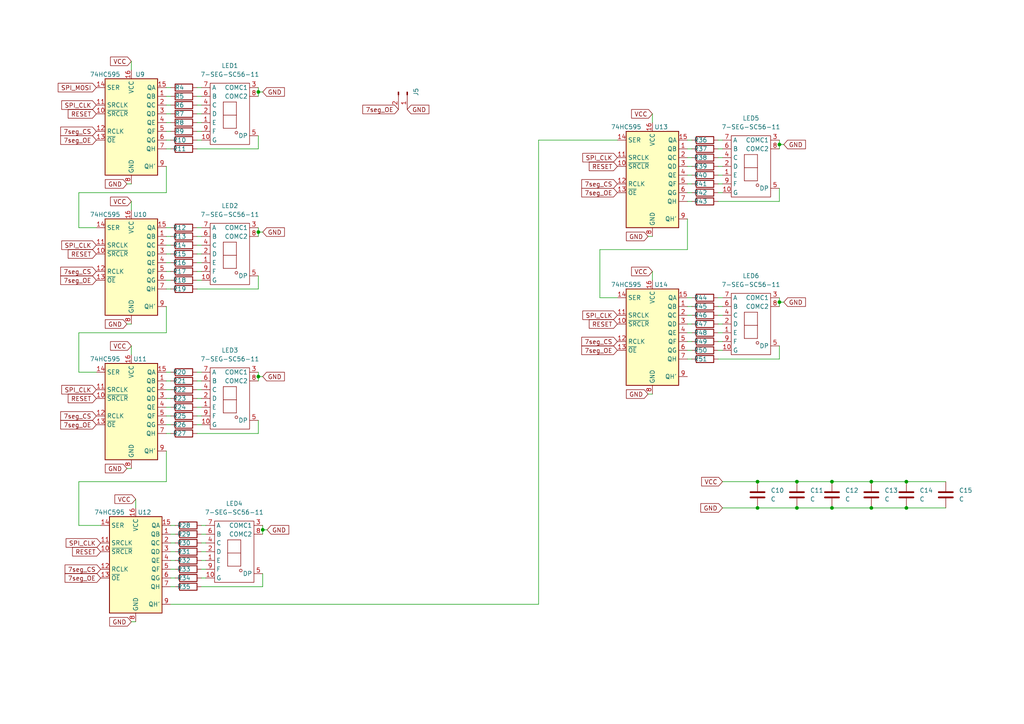
<source format=kicad_sch>
(kicad_sch (version 20230121) (generator eeschema)
  (paper "A4")
  (lib_symbols
    (symbol "74xx:74HC595"
      (property "Reference" "U" (at -7.62 13.97 0))
      (property "Value" "74HC595" (at -7.62 -16.51 0))
      (symbol "74HC595_1_0"
        (pin tri_state line (at 10.16 7.62 180) (length 2.54) (name "QB") (number "1"))
        (pin input line (at -10.16 2.54 0) (length 2.54) (name "~{SRCLR}") (number "10"))
        (pin input line (at -10.16 5.08 0) (length 2.54) (name "SRCLK") (number "11"))
        (pin input line (at -10.16 -2.54 0) (length 2.54) (name "RCLK") (number "12"))
        (pin input line (at -10.16 -5.08 0) (length 2.54) (name "~{OE}") (number "13"))
        (pin input line (at -10.16 10.16 0) (length 2.54) (name "SER") (number "14"))
        (pin tri_state line (at 10.16 10.16 180) (length 2.54) (name "QA") (number "15"))
        (pin power_in line (at 0 15.24 270) (length 2.54) (name "VCC") (number "16"))
        (pin tri_state line (at 10.16 5.08 180) (length 2.54) (name "QC") (number "2"))
        (pin tri_state line (at 10.16 2.54 180) (length 2.54) (name "QD") (number "3"))
        (pin tri_state line (at 10.16 0 180) (length 2.54) (name "QE") (number "4"))
        (pin tri_state line (at 10.16 -2.54 180) (length 2.54) (name "QF") (number "5"))
        (pin tri_state line (at 10.16 -5.08 180) (length 2.54) (name "QG") (number "6"))
        (pin tri_state line (at 10.16 -7.62 180) (length 2.54) (name "QH") (number "7"))
        (pin power_in line (at 0 -17.78 90) (length 2.54) (name "GND") (number "8"))
        (pin output line (at 10.16 -12.7 180) (length 2.54) (name "QH'") (number "9"))
      )
      (symbol "74HC595_1_1"
        (rectangle (start -7.62 12.7) (end 7.62 -15.24) (stroke (width 0.254)) (fill (type background)))
      )
    )
    (symbol "Alius:7-SEG-SC56-11"
      (property "Reference" "LED" (at -3.81 12.7 0))
      (property "Value" "7-SEG-SC56-11" (at 0 10.16 0))
      (symbol "7-SEG-SC56-11_0_1"
        (rectangle (start -6.35 7.62) (end 5.08 -10.16))
        (rectangle (start -2.554 -5.4567) (end -2.554 -1.6467))
        (rectangle (start -2.554 -5.4567) (end 1.256 -5.4567))
        (rectangle (start -2.554 -1.6467) (end -2.554 2.1633))
        (rectangle (start -2.554 -1.6467) (end 1.256 -1.6467))
        (rectangle (start -2.554 2.1633) (end 1.256 2.1633))
        (circle (center 1.256 -6.7267) (radius 0.3939))
        (rectangle (start 1.256 -5.4567) (end 1.256 -1.6467))
        (rectangle (start 1.256 -1.6467) (end 1.256 2.1633))
      )
      (symbol "7-SEG-SC56-11_1_1"
        (pin input line (at -8.89 -3.81 0) (length 2.54) (name "E") (number "1"))
        (pin input line (at -8.89 -8.89 0) (length 2.54) (name "G") (number "10"))
        (pin input line (at -8.89 -1.27 0) (length 2.54) (name "D") (number "2"))
        (pin power_in line (at 7.62 6.35 180) (length 2.54) (name "COMC1") (number "3"))
        (pin input line (at -8.89 1.27 0) (length 2.54) (name "C") (number "4"))
        (pin input line (at 7.62 -7.62 180) (length 2.54) (name "DP") (number "5"))
        (pin input line (at -8.89 3.81 0) (length 2.54) (name "B") (number "6"))
        (pin input line (at -8.89 6.35 0) (length 2.54) (name "A") (number "7"))
        (pin power_in line (at 7.62 3.81 180) (length 2.54) (name "COMC2") (number "8"))
        (pin input line (at -8.89 -6.35 0) (length 2.54) (name "F") (number "9"))
      )
    )
    (symbol "Connector:Conn_01x02_Male" (pin_names (offset 1.016) hide)
      (property "Reference" "J" (at 0 2.54 0))
      (property "Value" "Conn_01x02_Male" (at 0 -5.08 0))
      (symbol "Conn_01x02_Male_1_1"
        (polyline (pts (xy 1.27 -2.54) (xy 0.8636 -2.54)) (stroke (width 0.1524)))
        (polyline (pts (xy 1.27 0) (xy 0.8636 0)) (stroke (width 0.1524)))
        (rectangle (start 0.8636 -2.413) (end 0 -2.667) (stroke (width 0.1524)) (fill (type outline)))
        (rectangle (start 0.8636 0.127) (end 0 -0.127) (stroke (width 0.1524)) (fill (type outline)))
        (pin passive line (at 5.08 0 180) (length 3.81) (name "Pin_1") (number "1"))
        (pin passive line (at 5.08 -2.54 180) (length 3.81) (name "Pin_2") (number "2"))
      )
    )
    (symbol "Device:C" (pin_numbers hide) (pin_names (offset 0.254))
      (property "Reference" "C" (at 0.635 2.54 0))
      (property "Value" "C" (at 0.635 -2.54 0))
      (symbol "C_0_1"
        (polyline (pts (xy -2.032 -0.762) (xy 2.032 -0.762)) (stroke (width 0.508)))
        (polyline (pts (xy -2.032 0.762) (xy 2.032 0.762)) (stroke (width 0.508)))
      )
      (symbol "C_1_1"
        (pin passive line (at 0 3.81 270) (length 2.794) (name "~") (number "1"))
        (pin passive line (at 0 -3.81 90) (length 2.794) (name "~") (number "2"))
      )
    )
    (symbol "Device:R" (pin_numbers hide) (pin_names (offset 0))
      (property "Reference" "R" (at 2.032 0 90))
      (property "Value" "R" (at 0 0 90))
      (symbol "R_0_1"
        (rectangle (start -1.016 -2.54) (end 1.016 2.54) (stroke (width 0.254)))
      )
      (symbol "R_1_1"
        (pin passive line (at 0 3.81 270) (length 1.27) (name "~") (number "1"))
        (pin passive line (at 0 -3.81 90) (length 1.27) (name "~") (number "2"))
      )
    )
  )
  (junction (at 241.3 147.32))
  (junction (at 74.93 109.22))
  (junction (at 262.89 147.32))
  (junction (at 74.93 67.31))
  (junction (at 252.73 139.7))
  (junction (at 226.06 41.91))
  (junction (at 226.06 87.63))
  (junction (at 231.14 147.32))
  (junction (at 219.71 139.7))
  (junction (at 74.93 26.67))
  (junction (at 252.73 147.32))
  (junction (at 219.71 147.32))
  (junction (at 241.3 139.7))
  (junction (at 262.89 139.7))
  (junction (at 76.2 153.67))
  (junction (at 231.14 139.7))
  (wire (pts (xy 74.93 109.22) (xy 76.2 109.22)))
  (wire (pts (xy 57.15 71.12) (xy 58.42 71.12)))
  (wire (pts (xy 48.26 40.64) (xy 49.53 40.64)))
  (wire (pts (xy 48.26 107.95) (xy 49.53 107.95)))
  (wire (pts (xy 76.2 153.67) (xy 77.47 153.67)))
  (wire (pts (xy 74.93 109.22) (xy 74.93 110.49)))
  (wire (pts (xy 74.93 43.18) (xy 74.93 39.37)))
  (wire (pts (xy 199.39 104.14) (xy 200.66 104.14)))
  (wire (pts (xy 57.15 113.03) (xy 58.42 113.03)))
  (wire (pts (xy 57.15 83.82) (xy 74.93 83.82)))
  (wire (pts (xy 156.21 175.26) (xy 156.21 40.64)))
  (wire (pts (xy 208.28 40.64) (xy 209.55 40.64)))
  (wire (pts (xy 57.15 25.4) (xy 58.42 25.4)))
  (wire (pts (xy 22.86 96.52) (xy 22.86 107.95)))
  (wire (pts (xy 57.15 43.18) (xy 74.93 43.18)))
  (wire (pts (xy 58.42 154.94) (xy 59.69 154.94)))
  (wire (pts (xy 57.15 120.65) (xy 58.42 120.65)))
  (wire (pts (xy 57.15 110.49) (xy 58.42 110.49)))
  (wire (pts (xy 49.53 154.94) (xy 50.8 154.94)))
  (wire (pts (xy 57.15 73.66) (xy 58.42 73.66)))
  (wire (pts (xy 57.15 40.64) (xy 58.42 40.64)))
  (wire (pts (xy 208.28 48.26) (xy 209.55 48.26)))
  (wire (pts (xy 48.26 35.56) (xy 49.53 35.56)))
  (wire (pts (xy 208.28 88.9) (xy 209.55 88.9)))
  (wire (pts (xy 22.86 55.88) (xy 22.86 66.04)))
  (wire (pts (xy 48.26 76.2) (xy 49.53 76.2)))
  (wire (pts (xy 49.53 175.26) (xy 156.21 175.26)))
  (wire (pts (xy 48.26 83.82) (xy 49.53 83.82)))
  (wire (pts (xy 48.26 139.7) (xy 22.86 139.7)))
  (wire (pts (xy 74.93 67.31) (xy 76.2 67.31)))
  (wire (pts (xy 48.26 73.66) (xy 49.53 73.66)))
  (wire (pts (xy 36.83 135.89) (xy 38.1 135.89)))
  (wire (pts (xy 48.26 38.1) (xy 49.53 38.1)))
  (wire (pts (xy 58.42 165.1) (xy 59.69 165.1)))
  (wire (pts (xy 48.26 96.52) (xy 22.86 96.52)))
  (wire (pts (xy 49.53 165.1) (xy 50.8 165.1)))
  (wire (pts (xy 208.28 53.34) (xy 209.55 53.34)))
  (wire (pts (xy 38.1 180.34) (xy 39.37 180.34)))
  (wire (pts (xy 226.06 41.91) (xy 227.33 41.91)))
  (wire (pts (xy 76.2 170.18) (xy 76.2 166.37)))
  (wire (pts (xy 57.15 81.28) (xy 58.42 81.28)))
  (wire (pts (xy 58.42 170.18) (xy 76.2 170.18)))
  (wire (pts (xy 49.53 162.56) (xy 50.8 162.56)))
  (wire (pts (xy 57.15 27.94) (xy 58.42 27.94)))
  (wire (pts (xy 219.71 147.32) (xy 231.14 147.32)))
  (wire (pts (xy 199.39 86.36) (xy 200.66 86.36)))
  (wire (pts (xy 226.06 40.64) (xy 226.06 41.91)))
  (wire (pts (xy 57.15 78.74) (xy 58.42 78.74)))
  (wire (pts (xy 48.26 81.28) (xy 49.53 81.28)))
  (wire (pts (xy 208.28 58.42) (xy 226.06 58.42)))
  (wire (pts (xy 22.86 139.7) (xy 22.86 152.4)))
  (wire (pts (xy 48.26 110.49) (xy 49.53 110.49)))
  (wire (pts (xy 58.42 162.56) (xy 59.69 162.56)))
  (wire (pts (xy 74.93 26.67) (xy 74.93 27.94)))
  (wire (pts (xy 199.39 55.88) (xy 200.66 55.88)))
  (wire (pts (xy 199.39 40.64) (xy 200.66 40.64)))
  (wire (pts (xy 48.26 43.18) (xy 49.53 43.18)))
  (wire (pts (xy 241.3 139.7) (xy 252.73 139.7)))
  (wire (pts (xy 226.06 86.36) (xy 226.06 87.63)))
  (wire (pts (xy 208.28 93.98) (xy 209.55 93.98)))
  (wire (pts (xy 231.14 139.7) (xy 241.3 139.7)))
  (wire (pts (xy 74.93 107.95) (xy 74.93 109.22)))
  (wire (pts (xy 199.39 58.42) (xy 200.66 58.42)))
  (wire (pts (xy 226.06 87.63) (xy 227.33 87.63)))
  (wire (pts (xy 208.28 101.6) (xy 209.55 101.6)))
  (wire (pts (xy 199.39 72.39) (xy 173.99 72.39)))
  (wire (pts (xy 208.28 96.52) (xy 209.55 96.52)))
  (wire (pts (xy 48.26 88.9) (xy 48.26 96.52)))
  (wire (pts (xy 199.39 88.9) (xy 200.66 88.9)))
  (wire (pts (xy 208.28 99.06) (xy 209.55 99.06)))
  (wire (pts (xy 173.99 72.39) (xy 173.99 86.36)))
  (wire (pts (xy 189.23 33.02) (xy 189.23 35.56)))
  (wire (pts (xy 209.55 147.32) (xy 219.71 147.32)))
  (wire (pts (xy 57.15 33.02) (xy 58.42 33.02)))
  (wire (pts (xy 208.28 91.44) (xy 209.55 91.44)))
  (wire (pts (xy 48.26 71.12) (xy 49.53 71.12)))
  (wire (pts (xy 208.28 50.8) (xy 209.55 50.8)))
  (wire (pts (xy 231.14 147.32) (xy 241.3 147.32)))
  (wire (pts (xy 226.06 104.14) (xy 226.06 100.33)))
  (wire (pts (xy 199.39 96.52) (xy 200.66 96.52)))
  (wire (pts (xy 208.28 104.14) (xy 226.06 104.14)))
  (wire (pts (xy 57.15 107.95) (xy 58.42 107.95)))
  (wire (pts (xy 199.39 50.8) (xy 200.66 50.8)))
  (wire (pts (xy 48.26 30.48) (xy 49.53 30.48)))
  (wire (pts (xy 208.28 43.18) (xy 209.55 43.18)))
  (wire (pts (xy 48.26 27.94) (xy 49.53 27.94)))
  (wire (pts (xy 208.28 86.36) (xy 209.55 86.36)))
  (wire (pts (xy 173.99 86.36) (xy 179.07 86.36)))
  (wire (pts (xy 49.53 157.48) (xy 50.8 157.48)))
  (wire (pts (xy 38.1 58.42) (xy 38.1 60.96)))
  (wire (pts (xy 208.28 45.72) (xy 209.55 45.72)))
  (wire (pts (xy 76.2 153.67) (xy 76.2 154.94)))
  (wire (pts (xy 74.93 66.04) (xy 74.93 67.31)))
  (wire (pts (xy 22.86 107.95) (xy 27.94 107.95)))
  (wire (pts (xy 48.26 55.88) (xy 22.86 55.88)))
  (wire (pts (xy 219.71 139.7) (xy 231.14 139.7)))
  (wire (pts (xy 199.39 99.06) (xy 200.66 99.06)))
  (wire (pts (xy 57.15 125.73) (xy 74.93 125.73)))
  (wire (pts (xy 209.55 139.7) (xy 219.71 139.7)))
  (wire (pts (xy 199.39 45.72) (xy 200.66 45.72)))
  (wire (pts (xy 252.73 147.32) (xy 262.89 147.32)))
  (wire (pts (xy 48.26 118.11) (xy 49.53 118.11)))
  (wire (pts (xy 199.39 43.18) (xy 200.66 43.18)))
  (wire (pts (xy 57.15 35.56) (xy 58.42 35.56)))
  (wire (pts (xy 48.26 120.65) (xy 49.53 120.65)))
  (wire (pts (xy 187.96 68.58) (xy 189.23 68.58)))
  (wire (pts (xy 22.86 66.04) (xy 27.94 66.04)))
  (wire (pts (xy 48.26 113.03) (xy 49.53 113.03)))
  (wire (pts (xy 199.39 101.6) (xy 200.66 101.6)))
  (wire (pts (xy 199.39 63.5) (xy 199.39 72.39)))
  (wire (pts (xy 208.28 55.88) (xy 209.55 55.88)))
  (wire (pts (xy 156.21 40.64) (xy 179.07 40.64)))
  (wire (pts (xy 57.15 30.48) (xy 58.42 30.48)))
  (wire (pts (xy 74.93 67.31) (xy 74.93 68.58)))
  (wire (pts (xy 48.26 48.26) (xy 48.26 55.88)))
  (wire (pts (xy 58.42 152.4) (xy 59.69 152.4)))
  (wire (pts (xy 76.2 152.4) (xy 76.2 153.67)))
  (wire (pts (xy 252.73 139.7) (xy 262.89 139.7)))
  (wire (pts (xy 49.53 152.4) (xy 50.8 152.4)))
  (wire (pts (xy 74.93 83.82) (xy 74.93 80.01)))
  (wire (pts (xy 58.42 160.02) (xy 59.69 160.02)))
  (wire (pts (xy 48.26 68.58) (xy 49.53 68.58)))
  (wire (pts (xy 199.39 48.26) (xy 200.66 48.26)))
  (wire (pts (xy 48.26 123.19) (xy 49.53 123.19)))
  (wire (pts (xy 57.15 123.19) (xy 58.42 123.19)))
  (wire (pts (xy 48.26 125.73) (xy 49.53 125.73)))
  (wire (pts (xy 39.37 144.78) (xy 39.37 147.32)))
  (wire (pts (xy 48.26 115.57) (xy 49.53 115.57)))
  (wire (pts (xy 199.39 93.98) (xy 200.66 93.98)))
  (wire (pts (xy 22.86 152.4) (xy 29.21 152.4)))
  (wire (pts (xy 38.1 100.33) (xy 38.1 102.87)))
  (wire (pts (xy 74.93 125.73) (xy 74.93 121.92)))
  (wire (pts (xy 241.3 147.32) (xy 252.73 147.32)))
  (wire (pts (xy 199.39 91.44) (xy 200.66 91.44)))
  (wire (pts (xy 57.15 38.1) (xy 58.42 38.1)))
  (wire (pts (xy 49.53 167.64) (xy 50.8 167.64)))
  (wire (pts (xy 262.89 139.7) (xy 274.32 139.7)))
  (wire (pts (xy 58.42 157.48) (xy 59.69 157.48)))
  (wire (pts (xy 57.15 68.58) (xy 58.42 68.58)))
  (wire (pts (xy 57.15 76.2) (xy 58.42 76.2)))
  (wire (pts (xy 226.06 41.91) (xy 226.06 43.18)))
  (wire (pts (xy 57.15 115.57) (xy 58.42 115.57)))
  (wire (pts (xy 74.93 26.67) (xy 76.2 26.67)))
  (wire (pts (xy 48.26 66.04) (xy 49.53 66.04)))
  (wire (pts (xy 48.26 78.74) (xy 49.53 78.74)))
  (wire (pts (xy 49.53 160.02) (xy 50.8 160.02)))
  (wire (pts (xy 49.53 170.18) (xy 50.8 170.18)))
  (wire (pts (xy 57.15 118.11) (xy 58.42 118.11)))
  (wire (pts (xy 48.26 25.4) (xy 49.53 25.4)))
  (wire (pts (xy 226.06 87.63) (xy 226.06 88.9)))
  (wire (pts (xy 57.15 66.04) (xy 58.42 66.04)))
  (wire (pts (xy 262.89 147.32) (xy 274.32 147.32)))
  (wire (pts (xy 187.96 114.3) (xy 189.23 114.3)))
  (wire (pts (xy 74.93 25.4) (xy 74.93 26.67)))
  (wire (pts (xy 58.42 167.64) (xy 59.69 167.64)))
  (wire (pts (xy 38.1 17.78) (xy 38.1 20.32)))
  (wire (pts (xy 36.83 53.34) (xy 38.1 53.34)))
  (wire (pts (xy 48.26 130.81) (xy 48.26 139.7)))
  (wire (pts (xy 48.26 33.02) (xy 49.53 33.02)))
  (wire (pts (xy 199.39 53.34) (xy 200.66 53.34)))
  (wire (pts (xy 36.83 93.98) (xy 38.1 93.98)))
  (wire (pts (xy 189.23 78.74) (xy 189.23 81.28)))
  (wire (pts (xy 226.06 58.42) (xy 226.06 54.61)))
  (global_label "GND" (shape input) (at 209.55 147.32 180) (property "Intersheetrefs" "${INTERSHEET_REFS}" (effects hide)))
  (global_label "7seg_CS" (shape input) (at 27.94 38.1 180) (property "Intersheetrefs" "${INTERSHEET_REFS}" (effects hide)))
  (global_label "RESET" (shape input) (at 29.21 160.02 180) (property "Intersheetrefs" "${INTERSHEET_REFS}" (effects hide)))
  (global_label "7seg_CS" (shape input) (at 29.21 165.1 180) (property "Intersheetrefs" "${INTERSHEET_REFS}" (effects hide)))
  (global_label "VCC" (shape input) (at 39.37 144.78 180) (property "Intersheetrefs" "${INTERSHEET_REFS}" (effects hide)))
  (global_label "GND" (shape input) (at 36.83 93.98 180) (property "Intersheetrefs" "${INTERSHEET_REFS}" (effects hide)))
  (global_label "GND" (shape input) (at 187.96 68.58 180) (property "Intersheetrefs" "${INTERSHEET_REFS}" (effects hide)))
  (global_label "GND" (shape input) (at 36.83 135.89 180) (property "Intersheetrefs" "${INTERSHEET_REFS}" (effects hide)))
  (global_label "7seg_OE" (shape input) (at 179.07 55.88 180) (property "Intersheetrefs" "${INTERSHEET_REFS}" (effects hide)))
  (global_label "GND" (shape input) (at 227.33 41.91 0) (property "Intersheetrefs" "${INTERSHEET_REFS}" (effects hide)))
  (global_label "GND" (shape input) (at 76.2 26.67 0) (property "Intersheetrefs" "${INTERSHEET_REFS}" (effects hide)))
  (global_label "7seg_OE" (shape input) (at 179.07 101.6 180) (property "Intersheetrefs" "${INTERSHEET_REFS}" (effects hide)))
  (global_label "GND" (shape input) (at 76.2 67.31 0) (property "Intersheetrefs" "${INTERSHEET_REFS}" (effects hide)))
  (global_label "SPI_MOSI" (shape input) (at 27.94 25.4 180) (property "Intersheetrefs" "${INTERSHEET_REFS}" (effects hide)))
  (global_label "GND" (shape input) (at 118.11 31.75 0) (property "Intersheetrefs" "${INTERSHEET_REFS}" (effects hide)))
  (global_label "SPI_CLK" (shape input) (at 27.94 71.12 180) (property "Intersheetrefs" "${INTERSHEET_REFS}" (effects hide)))
  (global_label "7seg_OE" (shape input) (at 29.21 167.64 180) (property "Intersheetrefs" "${INTERSHEET_REFS}" (effects hide)))
  (global_label "RESET" (shape input) (at 27.94 33.02 180) (property "Intersheetrefs" "${INTERSHEET_REFS}" (effects hide)))
  (global_label "GND" (shape input) (at 76.2 109.22 0) (property "Intersheetrefs" "${INTERSHEET_REFS}" (effects hide)))
  (global_label "VCC" (shape input) (at 209.55 139.7 180) (property "Intersheetrefs" "${INTERSHEET_REFS}" (effects hide)))
  (global_label "7seg_OE" (shape input) (at 27.94 40.64 180) (property "Intersheetrefs" "${INTERSHEET_REFS}" (effects hide)))
  (global_label "RESET" (shape input) (at 27.94 73.66 180) (property "Intersheetrefs" "${INTERSHEET_REFS}" (effects hide)))
  (global_label "SPI_CLK" (shape input) (at 27.94 30.48 180) (property "Intersheetrefs" "${INTERSHEET_REFS}" (effects hide)))
  (global_label "SPI_CLK" (shape input) (at 27.94 113.03 180) (property "Intersheetrefs" "${INTERSHEET_REFS}" (effects hide)))
  (global_label "SPI_CLK" (shape input) (at 179.07 91.44 180) (property "Intersheetrefs" "${INTERSHEET_REFS}" (effects hide)))
  (global_label "GND" (shape input) (at 38.1 180.34 180) (property "Intersheetrefs" "${INTERSHEET_REFS}" (effects hide)))
  (global_label "7seg_CS" (shape input) (at 179.07 53.34 180) (property "Intersheetrefs" "${INTERSHEET_REFS}" (effects hide)))
  (global_label "7seg_CS" (shape input) (at 27.94 78.74 180) (property "Intersheetrefs" "${INTERSHEET_REFS}" (effects hide)))
  (global_label "SPI_CLK" (shape input) (at 29.21 157.48 180) (property "Intersheetrefs" "${INTERSHEET_REFS}" (effects hide)))
  (global_label "GND" (shape input) (at 187.96 114.3 180) (property "Intersheetrefs" "${INTERSHEET_REFS}" (effects hide)))
  (global_label "VCC" (shape input) (at 38.1 100.33 180) (property "Intersheetrefs" "${INTERSHEET_REFS}" (effects hide)))
  (global_label "GND" (shape input) (at 77.47 153.67 0) (property "Intersheetrefs" "${INTERSHEET_REFS}" (effects hide)))
  (global_label "SPI_CLK" (shape input) (at 179.07 45.72 180) (property "Intersheetrefs" "${INTERSHEET_REFS}" (effects hide)))
  (global_label "RESET" (shape input) (at 179.07 48.26 180) (property "Intersheetrefs" "${INTERSHEET_REFS}" (effects hide)))
  (global_label "RESET" (shape input) (at 27.94 115.57 180) (property "Intersheetrefs" "${INTERSHEET_REFS}" (effects hide)))
  (global_label "7seg_OE" (shape input) (at 115.57 31.75 180) (property "Intersheetrefs" "${INTERSHEET_REFS}" (effects hide)))
  (global_label "7seg_CS" (shape input) (at 27.94 120.65 180) (property "Intersheetrefs" "${INTERSHEET_REFS}" (effects hide)))
  (global_label "GND" (shape input) (at 227.33 87.63 0) (property "Intersheetrefs" "${INTERSHEET_REFS}" (effects hide)))
  (global_label "VCC" (shape input) (at 38.1 58.42 180) (property "Intersheetrefs" "${INTERSHEET_REFS}" (effects hide)))
  (global_label "VCC" (shape input) (at 189.23 78.74 180) (property "Intersheetrefs" "${INTERSHEET_REFS}" (effects hide)))
  (global_label "RESET" (shape input) (at 179.07 93.98 180) (property "Intersheetrefs" "${INTERSHEET_REFS}" (effects hide)))
  (global_label "GND" (shape input) (at 36.83 53.34 180) (property "Intersheetrefs" "${INTERSHEET_REFS}" (effects hide)))
  (global_label "VCC" (shape input) (at 38.1 17.78 180) (property "Intersheetrefs" "${INTERSHEET_REFS}" (effects hide)))
  (global_label "7seg_OE" (shape input) (at 27.94 81.28 180) (property "Intersheetrefs" "${INTERSHEET_REFS}" (effects hide)))
  (global_label "VCC" (shape input) (at 189.23 33.02 180) (property "Intersheetrefs" "${INTERSHEET_REFS}" (effects hide)))
  (global_label "7seg_OE" (shape input) (at 27.94 123.19 180) (property "Intersheetrefs" "${INTERSHEET_REFS}" (effects hide)))
  (global_label "7seg_CS" (shape input) (at 179.07 99.06 180) (property "Intersheetrefs" "${INTERSHEET_REFS}" (effects hide)))
  (symbol (lib_id "Device:R") (at 204.47 58.42 90) (unit 1)
    (property "Reference" "R43" (at 203.2 58.42 90))
    (property "Value" "R" (effects hide))
    (property "Footprint" "Alius_6502:R_Axial_DIN0207_L6.3mm_D2.5mm_P10.16mm_Horizontal" (effects hide))
  )
  (symbol (lib_id "Device:R") (at 54.61 170.18 90) (unit 1)
    (property "Reference" "R35" (at 53.34 170.18 90))
    (property "Value" "R" (effects hide))
    (property "Footprint" "Alius_6502:R_Axial_DIN0207_L6.3mm_D2.5mm_P10.16mm_Horizontal" (effects hide))
  )
  (symbol (lib_id "Alius:7-SEG-SC56-11") (at 67.31 31.75 0) (unit 1)
    (property "Reference" "LED1" (at 66.675 19.05 0))
    (property "Value" "7-SEG-SC56-11" (at 66.675 21.59 0))
    (property "Footprint" "Alius_6502:7-SEG-SC56-11" (effects hide))
  )
  (symbol (lib_id "Device:R") (at 53.34 81.28 90) (unit 1)
    (property "Reference" "R18" (at 52.07 81.28 90))
    (property "Value" "R" (effects hide))
    (property "Footprint" "Alius_6502:R_Axial_DIN0207_L6.3mm_D2.5mm_P10.16mm_Horizontal" (effects hide))
  )
  (symbol (lib_id "Device:R") (at 204.47 99.06 90) (unit 1)
    (property "Reference" "R49" (at 203.2 99.06 90))
    (property "Value" "R" (effects hide))
    (property "Footprint" "Alius_6502:R_Axial_DIN0207_L6.3mm_D2.5mm_P10.16mm_Horizontal" (effects hide))
  )
  (symbol (lib_id "Device:R") (at 204.47 55.88 90) (unit 1)
    (property "Reference" "R42" (at 203.2 55.88 90))
    (property "Value" "R" (effects hide))
    (property "Footprint" "Alius_6502:R_Axial_DIN0207_L6.3mm_D2.5mm_P10.16mm_Horizontal" (effects hide))
  )
  (symbol (lib_id "Device:R") (at 53.34 71.12 90) (unit 1)
    (property "Reference" "R14" (at 52.07 71.12 90))
    (property "Value" "R" (effects hide))
    (property "Footprint" "Alius_6502:R_Axial_DIN0207_L6.3mm_D2.5mm_P10.16mm_Horizontal" (effects hide))
  )
  (symbol (lib_id "Alius:7-SEG-SC56-11") (at 218.44 92.71 0) (unit 1)
    (property "Reference" "LED6" (at 217.805 80.01 0))
    (property "Value" "7-SEG-SC56-11" (at 217.805 82.55 0))
    (property "Footprint" "Alius_6502:7-SEG-SC56-11" (effects hide))
  )
  (symbol (lib_id "Device:R") (at 53.34 68.58 90) (unit 1)
    (property "Reference" "R13" (at 52.07 68.58 90))
    (property "Value" "R" (effects hide))
    (property "Footprint" "Alius_6502:R_Axial_DIN0207_L6.3mm_D2.5mm_P10.16mm_Horizontal" (effects hide))
  )
  (symbol (lib_id "Device:R") (at 53.34 123.19 90) (unit 1)
    (property "Reference" "R26" (at 52.07 123.19 90))
    (property "Value" "R" (effects hide))
    (property "Footprint" "Alius_6502:R_Axial_DIN0207_L6.3mm_D2.5mm_P10.16mm_Horizontal" (effects hide))
  )
  (symbol (lib_id "Device:R") (at 204.47 43.18 90) (unit 1)
    (property "Reference" "R37" (at 203.2 43.18 90))
    (property "Value" "R" (effects hide))
    (property "Footprint" "Alius_6502:R_Axial_DIN0207_L6.3mm_D2.5mm_P10.16mm_Horizontal" (effects hide))
  )
  (symbol (lib_id "Alius:7-SEG-SC56-11") (at 67.31 114.3 0) (unit 1)
    (property "Reference" "LED3" (at 66.675 101.6 0))
    (property "Value" "7-SEG-SC56-11" (at 66.675 104.14 0))
    (property "Footprint" "Alius_6502:7-SEG-SC56-11" (effects hide))
  )
  (symbol (lib_id "Device:R") (at 53.34 107.95 90) (unit 1)
    (property "Reference" "R20" (at 52.07 107.95 90))
    (property "Value" "R" (effects hide))
    (property "Footprint" "Alius_6502:R_Axial_DIN0207_L6.3mm_D2.5mm_P10.16mm_Horizontal" (effects hide))
  )
  (symbol (lib_id "Device:R") (at 53.34 35.56 90) (unit 1)
    (property "Reference" "R8" (at 52.07 35.56 90))
    (property "Value" "R" (effects hide))
    (property "Footprint" "Alius_6502:R_Axial_DIN0207_L6.3mm_D2.5mm_P10.16mm_Horizontal" (effects hide))
  )
  (symbol (lib_id "Device:R") (at 204.47 53.34 90) (unit 1)
    (property "Reference" "R41" (at 203.2 53.34 90))
    (property "Value" "R" (effects hide))
    (property "Footprint" "Alius_6502:R_Axial_DIN0207_L6.3mm_D2.5mm_P10.16mm_Horizontal" (effects hide))
  )
  (symbol (lib_id "Device:R") (at 204.47 96.52 90) (unit 1)
    (property "Reference" "R48" (at 203.2 96.52 90))
    (property "Value" "R" (effects hide))
    (property "Footprint" "Alius_6502:R_Axial_DIN0207_L6.3mm_D2.5mm_P10.16mm_Horizontal" (effects hide))
  )
  (symbol (lib_id "Device:R") (at 53.34 125.73 90) (unit 1)
    (property "Reference" "R27" (at 52.07 125.73 90))
    (property "Value" "R" (effects hide))
    (property "Footprint" "Alius_6502:R_Axial_DIN0207_L6.3mm_D2.5mm_P10.16mm_Horizontal" (effects hide))
  )
  (symbol (lib_id "Device:R") (at 53.34 76.2 90) (unit 1)
    (property "Reference" "R16" (at 52.07 76.2 90))
    (property "Value" "R" (effects hide))
    (property "Footprint" "Alius_6502:R_Axial_DIN0207_L6.3mm_D2.5mm_P10.16mm_Horizontal" (effects hide))
  )
  (symbol (lib_id "Device:C") (at 252.73 143.51 0) (unit 1)
    (property "Reference" "C13" (at 256.54 142.2399 0) (effects (justify left)))
    (property "Value" "C" (at 256.54 144.7799 0) (effects (justify left)))
    (property "Footprint" "Capacitor_THT:C_Axial_L3.8mm_D2.6mm_P7.50mm_Horizontal" (effects hide))
  )
  (symbol (lib_id "Device:C") (at 241.3 143.51 0) (unit 1)
    (property "Reference" "C12" (at 245.11 142.2399 0) (effects (justify left)))
    (property "Value" "C" (at 245.11 144.7799 0) (effects (justify left)))
    (property "Footprint" "Capacitor_THT:C_Axial_L3.8mm_D2.6mm_P7.50mm_Horizontal" (effects hide))
  )
  (symbol (lib_id "Alius:7-SEG-SC56-11") (at 67.31 72.39 0) (unit 1)
    (property "Reference" "LED2" (at 66.675 59.69 0))
    (property "Value" "7-SEG-SC56-11" (at 66.675 62.23 0))
    (property "Footprint" "Alius_6502:7-SEG-SC56-11" (effects hide))
  )
  (symbol (lib_id "Device:R") (at 204.47 93.98 90) (unit 1)
    (property "Reference" "R47" (at 203.2 93.98 90))
    (property "Value" "R" (effects hide))
    (property "Footprint" "Alius_6502:R_Axial_DIN0207_L6.3mm_D2.5mm_P10.16mm_Horizontal" (effects hide))
  )
  (symbol (lib_id "Device:R") (at 53.34 43.18 90) (unit 1)
    (property "Reference" "R11" (at 52.07 43.18 90))
    (property "Value" "R" (effects hide))
    (property "Footprint" "Alius_6502:R_Axial_DIN0207_L6.3mm_D2.5mm_P10.16mm_Horizontal" (effects hide))
  )
  (symbol (lib_id "74xx:74HC595") (at 39.37 162.56 0) (unit 1)
    (property "Reference" "U12" (at 41.91 148.59 0))
    (property "Value" "74HC595" (at 31.75 148.59 0))
    (property "Footprint" "Package_DIP:DIP-16_W7.62mm_LongPads" (effects hide))
    (property "Datasheet" "http://www.ti.com/lit/ds/symlink/sn74hc595.pdf" (effects hide))
  )
  (symbol (lib_id "Device:R") (at 204.47 101.6 90) (unit 1)
    (property "Reference" "R50" (at 203.2 101.6 90))
    (property "Value" "R" (effects hide))
    (property "Footprint" "Alius_6502:R_Axial_DIN0207_L6.3mm_D2.5mm_P10.16mm_Horizontal" (effects hide))
  )
  (symbol (lib_id "Device:R") (at 53.34 78.74 90) (unit 1)
    (property "Reference" "R17" (at 52.07 78.74 90))
    (property "Value" "R" (effects hide))
    (property "Footprint" "Alius_6502:R_Axial_DIN0207_L6.3mm_D2.5mm_P10.16mm_Horizontal" (effects hide))
  )
  (symbol (lib_id "74xx:74HC595") (at 38.1 76.2 0) (unit 1)
    (property "Reference" "U10" (at 40.64 62.23 0))
    (property "Value" "74HC595" (at 30.48 62.23 0))
    (property "Footprint" "Package_DIP:DIP-16_W7.62mm_LongPads" (effects hide))
    (property "Datasheet" "http://www.ti.com/lit/ds/symlink/sn74hc595.pdf" (effects hide))
  )
  (symbol (lib_id "Device:C") (at 262.89 143.51 0) (unit 1)
    (property "Reference" "C14" (at 266.7 142.2399 0) (effects (justify left)))
    (property "Value" "C" (at 266.7 144.7799 0) (effects (justify left)))
    (property "Footprint" "Capacitor_THT:C_Axial_L3.8mm_D2.6mm_P7.50mm_Horizontal" (effects hide))
  )
  (symbol (lib_id "Device:R") (at 54.61 165.1 90) (unit 1)
    (property "Reference" "R33" (at 53.34 165.1 90))
    (property "Value" "R" (effects hide))
    (property "Footprint" "Alius_6502:R_Axial_DIN0207_L6.3mm_D2.5mm_P10.16mm_Horizontal" (effects hide))
  )
  (symbol (lib_id "74xx:74HC595") (at 38.1 118.11 0) (unit 1)
    (property "Reference" "U11" (at 40.64 104.14 0))
    (property "Value" "74HC595" (at 30.48 104.14 0))
    (property "Footprint" "Package_DIP:DIP-16_W7.62mm_LongPads" (effects hide))
    (property "Datasheet" "http://www.ti.com/lit/ds/symlink/sn74hc595.pdf" (effects hide))
  )
  (symbol (lib_id "Device:R") (at 54.61 152.4 90) (unit 1)
    (property "Reference" "R28" (at 53.34 152.4 90))
    (property "Value" "R" (effects hide))
    (property "Footprint" "Alius_6502:R_Axial_DIN0207_L6.3mm_D2.5mm_P10.16mm_Horizontal" (effects hide))
  )
  (symbol (lib_id "Alius:7-SEG-SC56-11") (at 218.44 46.99 0) (unit 1)
    (property "Reference" "LED5" (at 217.805 34.29 0))
    (property "Value" "7-SEG-SC56-11" (at 217.805 36.83 0))
    (property "Footprint" "Alius_6502:7-SEG-SC56-11" (effects hide))
  )
  (symbol (lib_id "Device:R") (at 53.34 40.64 90) (unit 1)
    (property "Reference" "R10" (at 52.07 40.64 90))
    (property "Value" "R" (effects hide))
    (property "Footprint" "Alius_6502:R_Axial_DIN0207_L6.3mm_D2.5mm_P10.16mm_Horizontal" (effects hide))
  )
  (symbol (lib_id "Device:C") (at 219.71 143.51 0) (unit 1)
    (property "Reference" "C10" (at 223.52 142.2399 0) (effects (justify left)))
    (property "Value" "C" (at 223.52 144.7799 0) (effects (justify left)))
    (property "Footprint" "Capacitor_THT:C_Axial_L3.8mm_D2.6mm_P7.50mm_Horizontal" (effects hide))
  )
  (symbol (lib_id "Device:C") (at 231.14 143.51 0) (unit 1)
    (property "Reference" "C11" (at 234.95 142.2399 0) (effects (justify left)))
    (property "Value" "C" (at 234.95 144.7799 0) (effects (justify left)))
    (property "Footprint" "Capacitor_THT:C_Axial_L3.8mm_D2.6mm_P7.50mm_Horizontal" (effects hide))
  )
  (symbol (lib_id "74xx:74HC595") (at 189.23 50.8 0) (unit 1)
    (property "Reference" "U13" (at 191.77 36.83 0))
    (property "Value" "74HC595" (at 181.61 36.83 0))
    (property "Footprint" "Package_DIP:DIP-16_W7.62mm_LongPads" (effects hide))
    (property "Datasheet" "http://www.ti.com/lit/ds/symlink/sn74hc595.pdf" (effects hide))
  )
  (symbol (lib_id "Device:R") (at 204.47 45.72 90) (unit 1)
    (property "Reference" "R38" (at 203.2 45.72 90))
    (property "Value" "R" (effects hide))
    (property "Footprint" "Alius_6502:R_Axial_DIN0207_L6.3mm_D2.5mm_P10.16mm_Horizontal" (effects hide))
  )
  (symbol (lib_id "Device:C") (at 274.32 143.51 0) (unit 1)
    (property "Reference" "C15" (at 278.13 142.2399 0) (effects (justify left)))
    (property "Value" "C" (at 278.13 144.7799 0) (effects (justify left)))
    (property "Footprint" "Capacitor_THT:C_Axial_L3.8mm_D2.6mm_P7.50mm_Horizontal" (effects hide))
  )
  (symbol (lib_id "Device:R") (at 53.34 118.11 90) (unit 1)
    (property "Reference" "R24" (at 52.07 118.11 90))
    (property "Value" "R" (effects hide))
    (property "Footprint" "Alius_6502:R_Axial_DIN0207_L6.3mm_D2.5mm_P10.16mm_Horizontal" (effects hide))
  )
  (symbol (lib_id "Device:R") (at 53.34 113.03 90) (unit 1)
    (property "Reference" "R22" (at 52.07 113.03 90))
    (property "Value" "R" (effects hide))
    (property "Footprint" "Alius_6502:R_Axial_DIN0207_L6.3mm_D2.5mm_P10.16mm_Horizontal" (effects hide))
  )
  (symbol (lib_id "Connector:Conn_01x02_Male") (at 118.11 26.67 270) (unit 1)
    (property "Reference" "J5" (at 120.65 26.67 0))
    (property "Value" "Conn_01x02_Male" (effects hide))
    (property "Footprint" "Alius_6502:2_pin_header" (effects hide))
  )
  (symbol (lib_id "Device:R") (at 54.61 167.64 90) (unit 1)
    (property "Reference" "R34" (at 53.34 167.64 90))
    (property "Value" "R" (effects hide))
    (property "Footprint" "Alius_6502:R_Axial_DIN0207_L6.3mm_D2.5mm_P10.16mm_Horizontal" (effects hide))
  )
  (symbol (lib_id "Device:R") (at 204.47 48.26 90) (unit 1)
    (property "Reference" "R39" (at 203.2 48.26 90))
    (property "Value" "R" (effects hide))
    (property "Footprint" "Alius_6502:R_Axial_DIN0207_L6.3mm_D2.5mm_P10.16mm_Horizontal" (effects hide))
  )
  (symbol (lib_id "Device:R") (at 53.34 66.04 90) (unit 1)
    (property "Reference" "R12" (at 52.07 66.04 90))
    (property "Value" "R" (effects hide))
    (property "Footprint" "Alius_6502:R_Axial_DIN0207_L6.3mm_D2.5mm_P10.16mm_Horizontal" (effects hide))
  )
  (symbol (lib_id "Device:R") (at 54.61 154.94 90) (unit 1)
    (property "Reference" "R29" (at 53.34 154.94 90))
    (property "Value" "R" (effects hide))
    (property "Footprint" "Alius_6502:R_Axial_DIN0207_L6.3mm_D2.5mm_P10.16mm_Horizontal" (effects hide))
  )
  (symbol (lib_id "Device:R") (at 54.61 162.56 90) (unit 1)
    (property "Reference" "R32" (at 53.34 162.56 90))
    (property "Value" "R" (effects hide))
    (property "Footprint" "Alius_6502:R_Axial_DIN0207_L6.3mm_D2.5mm_P10.16mm_Horizontal" (effects hide))
  )
  (symbol (lib_id "Device:R") (at 53.34 120.65 90) (unit 1)
    (property "Reference" "R25" (at 52.07 120.65 90))
    (property "Value" "R" (effects hide))
    (property "Footprint" "Alius_6502:R_Axial_DIN0207_L6.3mm_D2.5mm_P10.16mm_Horizontal" (effects hide))
  )
  (symbol (lib_id "Device:R") (at 204.47 91.44 90) (unit 1)
    (property "Reference" "R46" (at 203.2 91.44 90))
    (property "Value" "R" (effects hide))
    (property "Footprint" "Alius_6502:R_Axial_DIN0207_L6.3mm_D2.5mm_P10.16mm_Horizontal" (effects hide))
  )
  (symbol (lib_id "Device:R") (at 54.61 160.02 90) (unit 1)
    (property "Reference" "R31" (at 53.34 160.02 90))
    (property "Value" "R" (effects hide))
    (property "Footprint" "Alius_6502:R_Axial_DIN0207_L6.3mm_D2.5mm_P10.16mm_Horizontal" (effects hide))
  )
  (symbol (lib_id "Device:R") (at 54.61 157.48 90) (unit 1)
    (property "Reference" "R30" (at 53.34 157.48 90))
    (property "Value" "R" (effects hide))
    (property "Footprint" "Alius_6502:R_Axial_DIN0207_L6.3mm_D2.5mm_P10.16mm_Horizontal" (effects hide))
  )
  (symbol (lib_id "Device:R") (at 204.47 88.9 90) (unit 1)
    (property "Reference" "R45" (at 203.2 88.9 90))
    (property "Value" "R" (effects hide))
    (property "Footprint" "Alius_6502:R_Axial_DIN0207_L6.3mm_D2.5mm_P10.16mm_Horizontal" (effects hide))
  )
  (symbol (lib_id "Device:R") (at 53.34 83.82 90) (unit 1)
    (property "Reference" "R19" (at 52.07 83.82 90))
    (property "Value" "R" (effects hide))
    (property "Footprint" "Alius_6502:R_Axial_DIN0207_L6.3mm_D2.5mm_P10.16mm_Horizontal" (effects hide))
  )
  (symbol (lib_id "Device:R") (at 204.47 86.36 90) (unit 1)
    (property "Reference" "R44" (at 203.2 86.36 90))
    (property "Value" "R" (effects hide))
    (property "Footprint" "Alius_6502:R_Axial_DIN0207_L6.3mm_D2.5mm_P10.16mm_Horizontal" (effects hide))
  )
  (symbol (lib_id "Device:R") (at 53.34 27.94 90) (unit 1)
    (property "Reference" "R5" (at 52.07 27.94 90))
    (property "Value" "R" (effects hide))
    (property "Footprint" "Alius_6502:R_Axial_DIN0207_L6.3mm_D2.5mm_P10.16mm_Horizontal" (effects hide))
  )
  (symbol (lib_id "Alius:7-SEG-SC56-11") (at 68.58 158.75 0) (unit 1)
    (property "Reference" "LED4" (at 67.945 146.05 0))
    (property "Value" "7-SEG-SC56-11" (at 67.945 148.59 0))
    (property "Footprint" "Alius_6502:7-SEG-SC56-11" (effects hide))
  )
  (symbol (lib_id "Device:R") (at 53.34 30.48 90) (unit 1)
    (property "Reference" "R6" (at 52.07 30.48 90))
    (property "Value" "R" (effects hide))
    (property "Footprint" "Alius_6502:R_Axial_DIN0207_L6.3mm_D2.5mm_P10.16mm_Horizontal" (effects hide))
  )
  (symbol (lib_id "Device:R") (at 53.34 115.57 90) (unit 1)
    (property "Reference" "R23" (at 52.07 115.57 90))
    (property "Value" "R" (effects hide))
    (property "Footprint" "Alius_6502:R_Axial_DIN0207_L6.3mm_D2.5mm_P10.16mm_Horizontal" (effects hide))
  )
  (symbol (lib_id "Device:R") (at 53.34 73.66 90) (unit 1)
    (property "Reference" "R15" (at 52.07 73.66 90))
    (property "Value" "R" (effects hide))
    (property "Footprint" "Alius_6502:R_Axial_DIN0207_L6.3mm_D2.5mm_P10.16mm_Horizontal" (effects hide))
  )
  (symbol (lib_id "Device:R") (at 204.47 50.8 90) (unit 1)
    (property "Reference" "R40" (at 203.2 50.8 90))
    (property "Value" "R" (effects hide))
    (property "Footprint" "Alius_6502:R_Axial_DIN0207_L6.3mm_D2.5mm_P10.16mm_Horizontal" (effects hide))
  )
  (symbol (lib_id "Device:R") (at 204.47 104.14 90) (unit 1)
    (property "Reference" "R51" (at 203.2 104.14 90))
    (property "Value" "R" (effects hide))
    (property "Footprint" "Alius_6502:R_Axial_DIN0207_L6.3mm_D2.5mm_P10.16mm_Horizontal" (effects hide))
  )
  (symbol (lib_id "74xx:74HC595") (at 189.23 96.52 0) (unit 1)
    (property "Reference" "U14" (at 191.77 82.55 0))
    (property "Value" "74HC595" (at 181.61 82.55 0))
    (property "Footprint" "Package_DIP:DIP-16_W7.62mm_LongPads" (effects hide))
    (property "Datasheet" "http://www.ti.com/lit/ds/symlink/sn74hc595.pdf" (effects hide))
  )
  (symbol (lib_id "Device:R") (at 204.47 40.64 90) (unit 1)
    (property "Reference" "R36" (at 203.2 40.64 90))
    (property "Value" "R" (effects hide))
    (property "Footprint" "Alius_6502:R_Axial_DIN0207_L6.3mm_D2.5mm_P10.16mm_Horizontal" (effects hide))
  )
  (symbol (lib_id "Device:R") (at 53.34 25.4 90) (unit 1)
    (property "Reference" "R4" (at 52.07 25.4 90))
    (property "Value" "R" (effects hide))
    (property "Footprint" "Alius_6502:R_Axial_DIN0207_L6.3mm_D2.5mm_P10.16mm_Horizontal" (effects hide))
  )
  (symbol (lib_id "74xx:74HC595") (at 38.1 35.56 0) (unit 1)
    (property "Reference" "U9" (at 40.64 21.59 0))
    (property "Value" "74HC595" (at 30.48 21.59 0))
    (property "Footprint" "Package_DIP:DIP-16_W7.62mm_LongPads" (effects hide))
    (property "Datasheet" "http://www.ti.com/lit/ds/symlink/sn74hc595.pdf" (effects hide))
  )
  (symbol (lib_id "Device:R") (at 53.34 38.1 90) (unit 1)
    (property "Reference" "R9" (at 52.07 38.1 90))
    (property "Value" "R" (effects hide))
    (property "Footprint" "Alius_6502:R_Axial_DIN0207_L6.3mm_D2.5mm_P10.16mm_Horizontal" (effects hide))
  )
  (symbol (lib_id "Device:R") (at 53.34 110.49 90) (unit 1)
    (property "Reference" "R21" (at 52.07 110.49 90))
    (property "Value" "R" (effects hide))
    (property "Footprint" "Alius_6502:R_Axial_DIN0207_L6.3mm_D2.5mm_P10.16mm_Horizontal" (effects hide))
  )
  (symbol (lib_id "Device:R") (at 53.34 33.02 90) (unit 1)
    (property "Reference" "R7" (at 52.07 33.02 90))
    (property "Value" "R" (effects hide))
    (property "Footprint" "Alius_6502:R_Axial_DIN0207_L6.3mm_D2.5mm_P10.16mm_Horizontal" (effects hide))
  )
)
</source>
